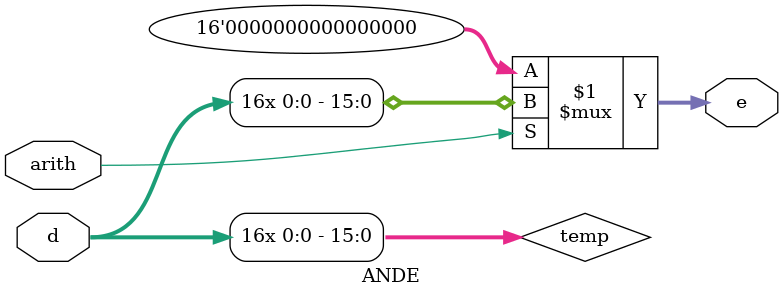
<source format=v>
module ANDE(d,arith,e);
	input d;
	input arith;
	output [15:0]e;
	wire [15:0]temp;
	assign temp = {16{d}}; 	
	assign e = arith? temp : 16'b00;
endmodule

</source>
